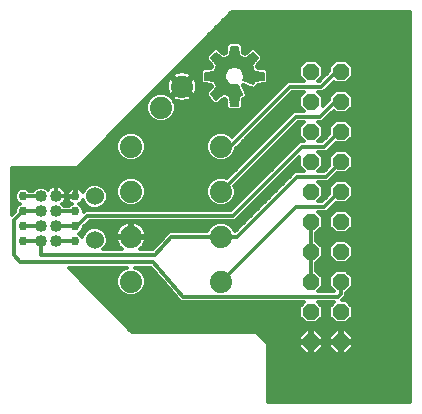
<source format=gtl>
G75*
G70*
%OFA0B0*%
%FSLAX24Y24*%
%IPPOS*%
%LPD*%
%AMOC8*
5,1,8,0,0,1.08239X$1,22.5*
%
%ADD10OC8,0.0540*%
%ADD11C,0.0740*%
%ADD12C,0.0400*%
%ADD13C,0.0059*%
%ADD14C,0.0300*%
%ADD15C,0.0120*%
%ADD16C,0.0600*%
D10*
X010460Y002410D03*
X011460Y002410D03*
X011460Y003410D03*
X010460Y003410D03*
X010460Y004410D03*
X011460Y004410D03*
X011460Y005410D03*
X010460Y005410D03*
X010460Y006410D03*
X011460Y006410D03*
X011460Y007410D03*
X010460Y007410D03*
X010460Y008410D03*
X011460Y008410D03*
X011460Y009410D03*
X010460Y009410D03*
X010460Y010410D03*
X011460Y010410D03*
X011460Y011410D03*
X010460Y011410D03*
D11*
X006167Y010917D03*
X005460Y010210D03*
X004460Y008910D03*
X007460Y008910D03*
X007460Y007410D03*
X004460Y007410D03*
X004460Y005910D03*
X007460Y005910D03*
X007460Y004410D03*
X004460Y004410D03*
D12*
X001960Y005760D03*
X001460Y005760D03*
X001460Y006260D03*
X001960Y006260D03*
X001960Y006760D03*
X001460Y006760D03*
X001460Y007260D03*
X001960Y007260D03*
D13*
X007790Y010283D02*
X008030Y010283D01*
X008062Y010601D01*
X008169Y010635D01*
X008028Y010976D01*
X007970Y010958D01*
X007910Y010952D01*
X007850Y010958D01*
X007792Y010976D01*
X007739Y011004D01*
X007692Y011042D01*
X007653Y011092D01*
X007624Y011148D01*
X007607Y011208D01*
X007603Y011271D01*
X007611Y011334D01*
X007633Y011393D01*
X007666Y011447D01*
X007709Y011493D01*
X007761Y011529D01*
X007819Y011554D01*
X007881Y011566D01*
X007944Y011566D01*
X008006Y011552D01*
X008064Y011526D01*
X008115Y011489D01*
X008157Y011443D01*
X008190Y011388D01*
X008210Y011328D01*
X008218Y011266D01*
X008212Y011203D01*
X008887Y011203D01*
X008887Y011146D02*
X008195Y011146D01*
X008194Y011142D02*
X008535Y011001D01*
X008569Y011108D01*
X008887Y011140D01*
X008887Y011380D01*
X008569Y011412D01*
X008535Y011519D01*
X008484Y011619D01*
X008686Y011866D01*
X008516Y012036D01*
X008269Y011834D01*
X008169Y011885D01*
X008062Y011919D01*
X008030Y012237D01*
X007790Y012237D01*
X007758Y011919D01*
X007651Y011885D01*
X007551Y011834D01*
X007304Y012036D01*
X007134Y011866D01*
X007336Y011619D01*
X007285Y011519D01*
X007251Y011412D01*
X006933Y011380D01*
X006933Y011140D01*
X007251Y011108D01*
X007285Y011001D01*
X007336Y010901D01*
X007134Y010654D01*
X007304Y010484D01*
X007551Y010686D01*
X007651Y010635D01*
X007758Y010601D01*
X007790Y010283D01*
X007784Y010340D02*
X008036Y010340D01*
X008042Y010397D02*
X007778Y010397D01*
X007773Y010455D02*
X008047Y010455D01*
X008053Y010512D02*
X007767Y010512D01*
X007761Y010570D02*
X008059Y010570D01*
X008146Y010628D02*
X007674Y010628D01*
X007554Y010685D02*
X008148Y010685D01*
X008124Y010743D02*
X007207Y010743D01*
X007254Y010800D02*
X008100Y010800D01*
X008077Y010858D02*
X007301Y010858D01*
X007329Y010915D02*
X008053Y010915D01*
X008029Y010973D02*
X008018Y010973D01*
X007802Y010973D02*
X007299Y010973D01*
X007275Y011030D02*
X007707Y011030D01*
X007656Y011088D02*
X007257Y011088D01*
X006933Y011146D02*
X007625Y011146D01*
X007608Y011203D02*
X006933Y011203D01*
X006933Y011261D02*
X007603Y011261D01*
X007609Y011318D02*
X006933Y011318D01*
X006933Y011376D02*
X007626Y011376D01*
X007657Y011433D02*
X007257Y011433D01*
X007276Y011491D02*
X007707Y011491D01*
X007806Y011548D02*
X007300Y011548D01*
X007330Y011606D02*
X008490Y011606D01*
X008520Y011548D02*
X008015Y011548D01*
X008113Y011491D02*
X008544Y011491D01*
X008563Y011433D02*
X008163Y011433D01*
X008194Y011376D02*
X008887Y011376D01*
X008887Y011318D02*
X008211Y011318D01*
X008217Y011261D02*
X008887Y011261D01*
X008563Y011088D02*
X008325Y011088D01*
X008194Y011142D02*
X008212Y011203D01*
X008464Y011030D02*
X008545Y011030D01*
X007550Y010685D02*
X007160Y010685D01*
X007161Y010628D02*
X007480Y010628D01*
X007409Y010570D02*
X007218Y010570D01*
X007276Y010512D02*
X007338Y010512D01*
X007300Y011664D02*
X008520Y011664D01*
X008567Y011721D02*
X007253Y011721D01*
X007206Y011779D02*
X008614Y011779D01*
X008661Y011836D02*
X008271Y011836D01*
X008264Y011836D02*
X007556Y011836D01*
X007549Y011836D02*
X007159Y011836D01*
X007162Y011894D02*
X007478Y011894D01*
X007407Y011951D02*
X007220Y011951D01*
X007277Y012009D02*
X007337Y012009D01*
X007678Y011894D02*
X008142Y011894D01*
X008059Y011951D02*
X007761Y011951D01*
X007767Y012009D02*
X008053Y012009D01*
X008047Y012066D02*
X007773Y012066D01*
X007779Y012124D02*
X008041Y012124D01*
X008036Y012182D02*
X007784Y012182D01*
X008483Y012009D02*
X008543Y012009D01*
X008600Y011951D02*
X008413Y011951D01*
X008342Y011894D02*
X008658Y011894D01*
D14*
X002610Y007260D03*
X002610Y006760D03*
X002610Y006260D03*
X002610Y005760D03*
X000860Y005760D03*
X000860Y006260D03*
X000860Y006760D03*
X000860Y007260D03*
D15*
X002440Y004833D02*
X004486Y002740D01*
X008635Y002740D01*
X008740Y002635D01*
X008740Y002635D01*
X009040Y002335D01*
X009040Y000390D01*
X013772Y000390D01*
X013772Y013416D01*
X007821Y013416D01*
X002790Y008322D01*
X002790Y008321D01*
X002738Y008269D01*
X002686Y008216D01*
X002685Y008216D01*
X002685Y008216D01*
X002611Y008216D01*
X002537Y008215D01*
X002536Y008216D01*
X000490Y008216D01*
X000490Y006645D01*
X000590Y006745D01*
X000590Y006814D01*
X000631Y006913D01*
X000707Y006989D01*
X000758Y007010D01*
X000707Y007031D01*
X000631Y007107D01*
X000590Y007206D01*
X000590Y007314D01*
X000631Y007413D01*
X000707Y007489D01*
X000806Y007530D01*
X000914Y007530D01*
X001013Y007489D01*
X001062Y007440D01*
X001188Y007440D01*
X001189Y007441D01*
X001279Y007531D01*
X001396Y007580D01*
X001524Y007580D01*
X001641Y007531D01*
X001696Y007477D01*
X001696Y007477D01*
X001743Y007524D01*
X001799Y007561D01*
X001861Y007587D01*
X001927Y007600D01*
X001955Y007600D01*
X001955Y007265D01*
X001965Y007265D01*
X001965Y007600D01*
X001993Y007600D01*
X002059Y007587D01*
X002121Y007561D01*
X002177Y007524D01*
X002224Y007477D01*
X002261Y007421D01*
X002287Y007359D01*
X002300Y007293D01*
X002300Y007265D01*
X001965Y007265D01*
X001965Y007255D01*
X002300Y007255D01*
X002300Y007227D01*
X002287Y007161D01*
X002261Y007099D01*
X002224Y007043D01*
X002177Y006996D01*
X002177Y006996D01*
X002231Y006941D01*
X002232Y006940D01*
X002408Y006940D01*
X002457Y006989D01*
X002482Y006999D01*
X002473Y007003D01*
X002425Y007035D01*
X002385Y007075D01*
X002353Y007123D01*
X002331Y007175D01*
X002320Y007231D01*
X002320Y007245D01*
X002595Y007245D01*
X002595Y007275D01*
X002595Y007550D01*
X002581Y007550D01*
X002525Y007539D01*
X002473Y007517D01*
X002425Y007485D01*
X002385Y007445D01*
X002353Y007397D01*
X002331Y007345D01*
X002320Y007289D01*
X002320Y007275D01*
X002595Y007275D01*
X002625Y007275D01*
X002625Y007550D01*
X002639Y007550D01*
X002695Y007539D01*
X002747Y007517D01*
X002795Y007485D01*
X002835Y007445D01*
X002864Y007402D01*
X002904Y007498D01*
X003022Y007616D01*
X003176Y007680D01*
X003344Y007680D01*
X003498Y007616D01*
X003616Y007498D01*
X003680Y007344D01*
X003680Y007176D01*
X003616Y007022D01*
X003498Y006904D01*
X003344Y006840D01*
X003176Y006840D01*
X003022Y006904D01*
X002904Y007022D01*
X002864Y007118D01*
X002835Y007075D01*
X002795Y007035D01*
X002747Y007003D01*
X002738Y006999D01*
X002763Y006989D01*
X002839Y006913D01*
X002880Y006814D01*
X002880Y006735D01*
X002935Y006790D01*
X007785Y006790D01*
X010085Y009090D01*
X010228Y009090D01*
X010070Y009248D01*
X010070Y009572D01*
X010228Y009730D01*
X010035Y009730D01*
X007910Y007605D01*
X007950Y007507D01*
X007950Y007313D01*
X007875Y007132D01*
X007738Y006995D01*
X007557Y006920D01*
X007363Y006920D01*
X007182Y006995D01*
X007045Y007132D01*
X006970Y007313D01*
X006970Y007507D01*
X007045Y007688D01*
X007182Y007825D01*
X007363Y007900D01*
X007557Y007900D01*
X007655Y007860D01*
X009780Y009985D01*
X009885Y010090D01*
X010228Y010090D01*
X010070Y010248D01*
X010070Y010572D01*
X010228Y010730D01*
X009835Y010730D01*
X007950Y008845D01*
X007950Y008813D01*
X007875Y008632D01*
X007738Y008495D01*
X007557Y008420D01*
X007363Y008420D01*
X007182Y008495D01*
X007045Y008632D01*
X006970Y008813D01*
X006970Y009007D01*
X007045Y009188D01*
X007182Y009325D01*
X007363Y009400D01*
X007557Y009400D01*
X007738Y009325D01*
X007829Y009234D01*
X009685Y011090D01*
X010228Y011090D01*
X010070Y011248D01*
X010070Y011572D01*
X010298Y011800D01*
X010622Y011800D01*
X010850Y011572D01*
X010850Y011248D01*
X010692Y011090D01*
X010735Y011090D01*
X011070Y011425D01*
X011070Y011572D01*
X011298Y011800D01*
X011622Y011800D01*
X011850Y011572D01*
X011850Y011248D01*
X011622Y011020D01*
X011298Y011020D01*
X011237Y011082D01*
X010990Y010835D01*
X010885Y010730D01*
X010692Y010730D01*
X010850Y010572D01*
X010850Y010255D01*
X011070Y010475D01*
X011070Y010572D01*
X011298Y010800D01*
X011622Y010800D01*
X011850Y010572D01*
X011850Y010248D01*
X011622Y010020D01*
X011298Y010020D01*
X011212Y010107D01*
X010940Y009835D01*
X010835Y009730D01*
X010692Y009730D01*
X010850Y009572D01*
X010850Y009248D01*
X010692Y009090D01*
X010835Y009090D01*
X011070Y009325D01*
X011070Y009572D01*
X011298Y009800D01*
X011622Y009800D01*
X011850Y009572D01*
X011850Y009248D01*
X011622Y009020D01*
X011298Y009020D01*
X011287Y009032D01*
X011090Y008835D01*
X011090Y008835D01*
X010985Y008730D01*
X010692Y008730D01*
X010850Y008572D01*
X010850Y008248D01*
X010692Y008090D01*
X010885Y008090D01*
X011070Y008275D01*
X011070Y008572D01*
X011298Y008800D01*
X011622Y008800D01*
X011850Y008572D01*
X011850Y008248D01*
X011622Y008020D01*
X011325Y008020D01*
X011035Y007730D01*
X010692Y007730D01*
X010850Y007572D01*
X010850Y007248D01*
X010692Y007090D01*
X010835Y007090D01*
X011070Y007325D01*
X011070Y007572D01*
X011298Y007800D01*
X011622Y007800D01*
X011850Y007572D01*
X011850Y007248D01*
X011622Y007020D01*
X011298Y007020D01*
X011287Y007032D01*
X011090Y006835D01*
X010985Y006730D01*
X010692Y006730D01*
X010850Y006572D01*
X010850Y006248D01*
X010640Y006038D01*
X010640Y005782D01*
X010850Y005572D01*
X010850Y005248D01*
X010640Y005038D01*
X010640Y004782D01*
X010850Y004572D01*
X010850Y004248D01*
X010692Y004090D01*
X011228Y004090D01*
X011070Y004248D01*
X011070Y004572D01*
X011298Y004800D01*
X011622Y004800D01*
X011850Y004572D01*
X011850Y004248D01*
X011640Y004038D01*
X011640Y003935D01*
X011540Y003835D01*
X011505Y003800D01*
X011622Y003800D01*
X011850Y003572D01*
X011850Y003248D01*
X011622Y003020D01*
X011298Y003020D01*
X011070Y003248D01*
X011070Y003572D01*
X011228Y003730D01*
X010692Y003730D01*
X010850Y003572D01*
X010850Y003248D01*
X010622Y003020D01*
X010298Y003020D01*
X010070Y003248D01*
X010070Y003572D01*
X010228Y003730D01*
X006277Y003730D01*
X006272Y003725D01*
X006204Y003730D01*
X006135Y003730D01*
X006130Y003735D01*
X006123Y003736D01*
X006078Y003787D01*
X006030Y003835D01*
X006030Y003843D01*
X005128Y004880D01*
X004606Y004880D01*
X004738Y004825D01*
X004875Y004688D01*
X004950Y004507D01*
X004950Y004313D01*
X004875Y004132D01*
X004738Y003995D01*
X004557Y003920D01*
X004363Y003920D01*
X004182Y003995D01*
X004045Y004132D01*
X003970Y004313D01*
X003970Y004507D01*
X004045Y004688D01*
X004182Y004825D01*
X004314Y004880D01*
X002395Y004880D01*
X002440Y004835D01*
X002440Y004833D01*
X002442Y004832D02*
X004197Y004832D01*
X004070Y004713D02*
X002558Y004713D01*
X002673Y004595D02*
X004006Y004595D01*
X003970Y004476D02*
X002789Y004476D01*
X002905Y004358D02*
X003970Y004358D01*
X004000Y004239D02*
X003021Y004239D01*
X003137Y004121D02*
X004057Y004121D01*
X004175Y004002D02*
X003252Y004002D01*
X003368Y003884D02*
X005995Y003884D01*
X005891Y004002D02*
X004745Y004002D01*
X004863Y004121D02*
X005788Y004121D01*
X005685Y004239D02*
X004920Y004239D01*
X004950Y004358D02*
X005582Y004358D01*
X005479Y004476D02*
X004950Y004476D01*
X004914Y004595D02*
X005376Y004595D01*
X005273Y004713D02*
X004850Y004713D01*
X004723Y004832D02*
X005170Y004832D01*
X005210Y005060D02*
X000760Y005060D01*
X000560Y005310D01*
X000560Y006460D01*
X000860Y006760D01*
X001010Y006760D02*
X001460Y006760D01*
X001960Y006760D02*
X002610Y006760D01*
X002867Y006846D02*
X003162Y006846D01*
X003358Y006846D02*
X007841Y006846D01*
X007960Y006965D02*
X007665Y006965D01*
X007826Y007083D02*
X008078Y007083D01*
X008197Y007202D02*
X007904Y007202D01*
X007950Y007320D02*
X008315Y007320D01*
X008434Y007439D02*
X007950Y007439D01*
X007929Y007557D02*
X008552Y007557D01*
X008671Y007676D02*
X007980Y007676D01*
X008099Y007794D02*
X008789Y007794D01*
X008908Y007913D02*
X008217Y007913D01*
X008336Y008031D02*
X009026Y008031D01*
X009145Y008150D02*
X008454Y008150D01*
X008573Y008268D02*
X009263Y008268D01*
X009382Y008387D02*
X008691Y008387D01*
X008810Y008505D02*
X009500Y008505D01*
X009619Y008624D02*
X008928Y008624D01*
X009047Y008742D02*
X009737Y008742D01*
X009856Y008861D02*
X009165Y008861D01*
X009284Y008979D02*
X009974Y008979D01*
X010160Y008910D02*
X007860Y006610D01*
X003010Y006610D01*
X002660Y006260D01*
X001960Y006260D01*
X001460Y006260D02*
X000860Y006260D01*
X000573Y006728D02*
X000490Y006728D01*
X000490Y006846D02*
X000603Y006846D01*
X000683Y006965D02*
X000490Y006965D01*
X000490Y007083D02*
X000655Y007083D01*
X000592Y007202D02*
X000490Y007202D01*
X000490Y007320D02*
X000593Y007320D01*
X000657Y007439D02*
X000490Y007439D01*
X000490Y007557D02*
X001341Y007557D01*
X001579Y007557D02*
X001793Y007557D01*
X001955Y007557D02*
X001965Y007557D01*
X001955Y007439D02*
X001965Y007439D01*
X001955Y007320D02*
X001965Y007320D01*
X001960Y007260D02*
X002410Y007260D01*
X002326Y007202D02*
X002295Y007202D01*
X002295Y007320D02*
X002326Y007320D01*
X002381Y007439D02*
X002250Y007439D01*
X002127Y007557D02*
X002963Y007557D01*
X002879Y007439D02*
X002839Y007439D01*
X002625Y007439D02*
X002595Y007439D01*
X002595Y007320D02*
X002625Y007320D01*
X002841Y007083D02*
X002879Y007083D01*
X002962Y006965D02*
X002787Y006965D01*
X002433Y006965D02*
X002208Y006965D01*
X002251Y007083D02*
X002379Y007083D01*
X001460Y007260D02*
X000860Y007260D01*
X000490Y007676D02*
X003166Y007676D01*
X003354Y007676D02*
X004040Y007676D01*
X004045Y007688D02*
X003970Y007507D01*
X003970Y007313D01*
X004045Y007132D01*
X004182Y006995D01*
X004363Y006920D01*
X004557Y006920D01*
X004738Y006995D01*
X004875Y007132D01*
X004950Y007313D01*
X004950Y007507D01*
X004875Y007688D01*
X004738Y007825D01*
X004557Y007900D01*
X004363Y007900D01*
X004182Y007825D01*
X004045Y007688D01*
X003991Y007557D02*
X003557Y007557D01*
X003641Y007439D02*
X003970Y007439D01*
X003970Y007320D02*
X003680Y007320D01*
X003680Y007202D02*
X004016Y007202D01*
X004094Y007083D02*
X003641Y007083D01*
X003558Y006965D02*
X004255Y006965D01*
X004665Y006965D02*
X007255Y006965D01*
X007094Y007083D02*
X004826Y007083D01*
X004904Y007202D02*
X007016Y007202D01*
X006970Y007320D02*
X004950Y007320D01*
X004950Y007439D02*
X006970Y007439D01*
X006991Y007557D02*
X004929Y007557D01*
X004880Y007676D02*
X007040Y007676D01*
X007151Y007794D02*
X004769Y007794D01*
X004151Y007794D02*
X000490Y007794D01*
X000490Y007913D02*
X007708Y007913D01*
X007826Y008031D02*
X000490Y008031D01*
X000490Y008150D02*
X007945Y008150D01*
X008063Y008268D02*
X002737Y008268D01*
X002854Y008387D02*
X008182Y008387D01*
X008300Y008505D02*
X007748Y008505D01*
X007866Y008624D02*
X008419Y008624D01*
X008537Y008742D02*
X007921Y008742D01*
X007965Y008861D02*
X008656Y008861D01*
X008774Y008979D02*
X008084Y008979D01*
X008202Y009098D02*
X008893Y009098D01*
X009011Y009216D02*
X008321Y009216D01*
X008439Y009335D02*
X009130Y009335D01*
X009248Y009453D02*
X008558Y009453D01*
X008676Y009572D02*
X009367Y009572D01*
X009485Y009690D02*
X008795Y009690D01*
X008913Y009809D02*
X009604Y009809D01*
X009722Y009927D02*
X009032Y009927D01*
X009150Y010046D02*
X009841Y010046D01*
X009960Y009910D02*
X010760Y009910D01*
X011260Y010410D01*
X011460Y010410D01*
X011850Y010401D02*
X013772Y010401D01*
X013772Y010283D02*
X011850Y010283D01*
X011766Y010164D02*
X013772Y010164D01*
X013772Y010046D02*
X011647Y010046D01*
X011273Y010046D02*
X011150Y010046D01*
X011032Y009927D02*
X013772Y009927D01*
X013772Y009809D02*
X010913Y009809D01*
X010732Y009690D02*
X011188Y009690D01*
X011070Y009572D02*
X010850Y009572D01*
X010850Y009453D02*
X011070Y009453D01*
X011070Y009335D02*
X010850Y009335D01*
X010818Y009216D02*
X010961Y009216D01*
X010843Y009098D02*
X010699Y009098D01*
X010910Y008910D02*
X010160Y008910D01*
X010221Y009098D02*
X009402Y009098D01*
X009521Y009216D02*
X010102Y009216D01*
X010070Y009335D02*
X009639Y009335D01*
X009758Y009453D02*
X010070Y009453D01*
X010070Y009572D02*
X009876Y009572D01*
X009995Y009690D02*
X010188Y009690D01*
X009960Y009910D02*
X007460Y007410D01*
X008588Y007083D02*
X008928Y007083D01*
X008810Y006965D02*
X008469Y006965D01*
X008351Y006846D02*
X008691Y006846D01*
X008573Y006728D02*
X008232Y006728D01*
X008114Y006609D02*
X008454Y006609D01*
X008336Y006491D02*
X007995Y006491D01*
X008040Y006535D02*
X010070Y008565D01*
X010070Y008248D01*
X010228Y008090D01*
X009935Y008090D01*
X009830Y007985D01*
X007935Y006090D01*
X007916Y006090D01*
X007875Y006188D01*
X007738Y006325D01*
X007557Y006400D01*
X007363Y006400D01*
X007182Y006325D01*
X007045Y006188D01*
X007004Y006090D01*
X005880Y006090D01*
X005877Y006093D01*
X005806Y006090D01*
X005735Y006090D01*
X005732Y006087D01*
X005728Y006087D01*
X005680Y006035D01*
X005630Y005985D01*
X005630Y005980D01*
X005181Y005490D01*
X004750Y005490D01*
X004792Y005521D01*
X004849Y005578D01*
X004896Y005643D01*
X004933Y005714D01*
X004957Y005791D01*
X004970Y005870D01*
X004970Y005881D01*
X004489Y005881D01*
X004489Y005939D01*
X004970Y005939D01*
X004970Y005950D01*
X004957Y006029D01*
X004933Y006106D01*
X004896Y006177D01*
X004849Y006242D01*
X004792Y006299D01*
X004727Y006346D01*
X004656Y006383D01*
X004579Y006407D01*
X004500Y006420D01*
X004489Y006420D01*
X004489Y005939D01*
X004431Y005939D01*
X004431Y006420D01*
X004420Y006420D01*
X004341Y006407D01*
X004264Y006383D01*
X004193Y006346D01*
X004128Y006299D01*
X004071Y006242D01*
X004024Y006177D01*
X003987Y006106D01*
X003963Y006029D01*
X003950Y005950D01*
X003950Y005939D01*
X004431Y005939D01*
X004431Y005881D01*
X003950Y005881D01*
X003950Y005870D01*
X003963Y005791D01*
X003987Y005714D01*
X004024Y005643D01*
X004071Y005578D01*
X004128Y005521D01*
X004170Y005490D01*
X003534Y005490D01*
X003616Y005572D01*
X003680Y005726D01*
X003680Y005894D01*
X003616Y006048D01*
X003498Y006166D01*
X003344Y006230D01*
X003176Y006230D01*
X003022Y006166D01*
X002904Y006048D01*
X002843Y005902D01*
X002839Y005913D01*
X002763Y005989D01*
X002712Y006010D01*
X002763Y006031D01*
X002839Y006107D01*
X002880Y006206D01*
X002880Y006225D01*
X003085Y006430D01*
X007935Y006430D01*
X008040Y006535D01*
X008217Y006372D02*
X007625Y006372D01*
X007809Y006254D02*
X008099Y006254D01*
X007980Y006135D02*
X007897Y006135D01*
X008010Y005910D02*
X007460Y005910D01*
X005810Y005910D01*
X005260Y005310D01*
X001460Y005310D01*
X001460Y005760D01*
X000860Y005760D01*
X001960Y005760D02*
X002610Y005760D01*
X002728Y006017D02*
X002891Y006017D01*
X002850Y006135D02*
X002991Y006135D01*
X002908Y006254D02*
X004082Y006254D01*
X004002Y006135D02*
X003529Y006135D01*
X003629Y006017D02*
X003961Y006017D01*
X003678Y005898D02*
X004431Y005898D01*
X004489Y005898D02*
X005555Y005898D01*
X005662Y006017D02*
X004959Y006017D01*
X004918Y006135D02*
X007023Y006135D01*
X007111Y006254D02*
X004838Y006254D01*
X004677Y006372D02*
X007295Y006372D01*
X008010Y005910D02*
X010010Y007910D01*
X010960Y007910D01*
X011460Y008410D01*
X011751Y008150D02*
X013772Y008150D01*
X013772Y008268D02*
X011850Y008268D01*
X011850Y008387D02*
X013772Y008387D01*
X013772Y008505D02*
X011850Y008505D01*
X011798Y008624D02*
X013772Y008624D01*
X013772Y008742D02*
X011680Y008742D01*
X011240Y008742D02*
X010997Y008742D01*
X011115Y008861D02*
X013772Y008861D01*
X013772Y008979D02*
X011234Y008979D01*
X010910Y008910D02*
X011410Y009410D01*
X011850Y009453D02*
X013772Y009453D01*
X013772Y009335D02*
X011850Y009335D01*
X011818Y009216D02*
X013772Y009216D01*
X013772Y009098D02*
X011699Y009098D01*
X011122Y008624D02*
X010798Y008624D01*
X010850Y008505D02*
X011070Y008505D01*
X011070Y008387D02*
X010850Y008387D01*
X010850Y008268D02*
X011063Y008268D01*
X010945Y008150D02*
X010751Y008150D01*
X010169Y008150D02*
X009654Y008150D01*
X009773Y008268D02*
X010070Y008268D01*
X010070Y008387D02*
X009891Y008387D01*
X010010Y008505D02*
X010070Y008505D01*
X009876Y008031D02*
X009536Y008031D01*
X009417Y007913D02*
X009758Y007913D01*
X009639Y007794D02*
X009299Y007794D01*
X009180Y007676D02*
X009521Y007676D01*
X009402Y007557D02*
X009062Y007557D01*
X008943Y007439D02*
X009284Y007439D01*
X009165Y007320D02*
X008825Y007320D01*
X008706Y007202D02*
X009047Y007202D01*
X009960Y006910D02*
X007460Y004410D01*
X006210Y003910D02*
X005210Y005060D01*
X005229Y005543D02*
X004814Y005543D01*
X004906Y005661D02*
X005338Y005661D01*
X005446Y005780D02*
X004954Y005780D01*
X004106Y005543D02*
X003586Y005543D01*
X003653Y005661D02*
X004014Y005661D01*
X003966Y005780D02*
X003680Y005780D01*
X004431Y006017D02*
X004489Y006017D01*
X004489Y006135D02*
X004431Y006135D01*
X004431Y006254D02*
X004489Y006254D01*
X004489Y006372D02*
X004431Y006372D01*
X004243Y006372D02*
X003027Y006372D01*
X002971Y008505D02*
X004172Y008505D01*
X004182Y008495D02*
X004363Y008420D01*
X004557Y008420D01*
X004738Y008495D01*
X004875Y008632D01*
X004950Y008813D01*
X004950Y009007D01*
X004875Y009188D01*
X004738Y009325D01*
X004557Y009400D01*
X004363Y009400D01*
X004182Y009325D01*
X004045Y009188D01*
X003970Y009007D01*
X003970Y008813D01*
X004045Y008632D01*
X004182Y008495D01*
X004054Y008624D02*
X003088Y008624D01*
X003205Y008742D02*
X003999Y008742D01*
X003970Y008861D02*
X003322Y008861D01*
X003439Y008979D02*
X003970Y008979D01*
X004007Y009098D02*
X003556Y009098D01*
X003673Y009216D02*
X004073Y009216D01*
X004204Y009335D02*
X003790Y009335D01*
X003907Y009453D02*
X008048Y009453D01*
X007930Y009335D02*
X007716Y009335D01*
X008167Y009572D02*
X004024Y009572D01*
X004141Y009690D02*
X008285Y009690D01*
X008404Y009809D02*
X005751Y009809D01*
X005738Y009795D02*
X005875Y009932D01*
X005950Y010113D01*
X005950Y010307D01*
X005875Y010488D01*
X005738Y010625D01*
X005557Y010700D01*
X005363Y010700D01*
X005182Y010625D01*
X005045Y010488D01*
X004970Y010307D01*
X004970Y010113D01*
X005045Y009932D01*
X005182Y009795D01*
X005363Y009720D01*
X005557Y009720D01*
X005738Y009795D01*
X005870Y009927D02*
X008522Y009927D01*
X008641Y010046D02*
X005922Y010046D01*
X005950Y010164D02*
X007698Y010164D01*
X007690Y010172D02*
X007728Y010134D01*
X007737Y010134D01*
X007744Y010128D01*
X007798Y010134D01*
X008022Y010134D01*
X008076Y010128D01*
X008083Y010134D01*
X008092Y010134D01*
X008130Y010172D01*
X008172Y010206D01*
X008173Y010215D01*
X008179Y010221D01*
X008179Y010275D01*
X008201Y010486D01*
X008220Y010494D01*
X008273Y010511D01*
X008277Y010518D01*
X008283Y010520D01*
X008305Y010572D01*
X008330Y010621D01*
X008328Y010628D01*
X008331Y010635D01*
X008309Y010686D01*
X008293Y010739D01*
X008286Y010743D01*
X008186Y010984D01*
X008427Y010884D01*
X008431Y010877D01*
X008484Y010861D01*
X008535Y010839D01*
X008542Y010842D01*
X008549Y010840D01*
X008598Y010865D01*
X008650Y010887D01*
X008652Y010893D01*
X008659Y010897D01*
X008676Y010950D01*
X008684Y010969D01*
X008895Y010991D01*
X008949Y010991D01*
X008955Y010997D01*
X008964Y010998D01*
X008998Y011040D01*
X009036Y011078D01*
X009036Y011087D01*
X009042Y011094D01*
X009036Y011148D01*
X009036Y011372D01*
X009042Y011426D01*
X009036Y011433D01*
X009036Y011442D01*
X008998Y011480D01*
X008964Y011522D01*
X008955Y011523D01*
X008949Y011529D01*
X008895Y011529D01*
X008687Y011551D01*
X008674Y011576D01*
X008665Y011604D01*
X008797Y011766D01*
X008835Y011804D01*
X008835Y011813D01*
X008841Y011819D01*
X008835Y011874D01*
X008835Y011928D01*
X008829Y011934D01*
X008828Y011943D01*
X008786Y011977D01*
X008627Y012136D01*
X008593Y012178D01*
X008584Y012179D01*
X008578Y012185D01*
X008524Y012185D01*
X008469Y012191D01*
X008463Y012185D01*
X008454Y012185D01*
X008416Y012147D01*
X008254Y012015D01*
X008226Y012024D01*
X008201Y012037D01*
X008179Y012245D01*
X008179Y012299D01*
X008173Y012305D01*
X008172Y012314D01*
X008130Y012348D01*
X008092Y012386D01*
X008083Y012386D01*
X008076Y012392D01*
X008022Y012386D01*
X007798Y012386D01*
X007744Y012392D01*
X007737Y012386D01*
X007728Y012386D01*
X007690Y012348D01*
X007648Y012314D01*
X007647Y012305D01*
X007641Y012299D01*
X007641Y012245D01*
X007619Y012037D01*
X007594Y012024D01*
X007566Y012015D01*
X007404Y012147D01*
X007366Y012185D01*
X007357Y012185D01*
X007351Y012191D01*
X007296Y012185D01*
X007242Y012185D01*
X007236Y012179D01*
X007227Y012178D01*
X007193Y012136D01*
X007034Y011977D01*
X006992Y011943D01*
X006991Y011934D01*
X006985Y011928D01*
X006985Y011874D01*
X006979Y011819D01*
X006985Y011813D01*
X006985Y011804D01*
X007023Y011766D01*
X007155Y011604D01*
X007146Y011576D01*
X007133Y011551D01*
X006925Y011529D01*
X006871Y011529D01*
X006865Y011523D01*
X006856Y011522D01*
X006822Y011480D01*
X006784Y011442D01*
X006784Y011433D01*
X006778Y011426D01*
X006784Y011372D01*
X006784Y011148D01*
X006778Y011094D01*
X006784Y011087D01*
X006784Y011078D01*
X006822Y011040D01*
X006856Y010998D01*
X006865Y010997D01*
X006871Y010991D01*
X006925Y010991D01*
X007133Y010969D01*
X007146Y010944D01*
X007155Y010916D01*
X007023Y010754D01*
X006985Y010716D01*
X006985Y010707D01*
X006979Y010701D01*
X006985Y010646D01*
X006985Y010592D01*
X006991Y010586D01*
X006992Y010577D01*
X007034Y010543D01*
X007193Y010384D01*
X007227Y010342D01*
X007236Y010341D01*
X007242Y010335D01*
X007296Y010335D01*
X007351Y010329D01*
X007357Y010335D01*
X007366Y010335D01*
X007404Y010373D01*
X007566Y010505D01*
X007594Y010496D01*
X007619Y010483D01*
X007641Y010275D01*
X007641Y010221D01*
X007647Y010215D01*
X007648Y010206D01*
X007690Y010172D01*
X007640Y010283D02*
X005950Y010283D01*
X005911Y010401D02*
X007176Y010401D01*
X007057Y010520D02*
X006488Y010520D01*
X006499Y010528D02*
X006434Y010481D01*
X006363Y010444D01*
X006287Y010420D01*
X006207Y010407D01*
X006127Y010407D01*
X006048Y010420D01*
X005971Y010444D01*
X005900Y010481D01*
X005835Y010528D01*
X005835Y010528D01*
X006167Y010861D01*
X006111Y010917D01*
X005778Y010585D01*
X005778Y010585D01*
X005731Y010650D01*
X005694Y010721D01*
X005670Y010798D01*
X005657Y010877D01*
X005657Y010957D01*
X005670Y011037D01*
X005694Y011113D01*
X005731Y011184D01*
X005778Y011249D01*
X005778Y011249D01*
X006111Y010917D01*
X006167Y010974D01*
X005835Y011306D01*
X005835Y011306D01*
X005900Y011353D01*
X005971Y011390D01*
X006048Y011415D01*
X006127Y011427D01*
X006207Y011427D01*
X006287Y011415D01*
X006363Y011390D01*
X006434Y011353D01*
X006499Y011306D01*
X006499Y011306D01*
X006167Y010974D01*
X006224Y010917D01*
X006556Y010585D01*
X006603Y010650D01*
X006640Y010721D01*
X006665Y010798D01*
X006677Y010877D01*
X006677Y010957D01*
X006665Y011037D01*
X006640Y011113D01*
X006603Y011184D01*
X006556Y011249D01*
X006556Y011249D01*
X006224Y010917D01*
X006167Y010861D01*
X006499Y010528D01*
X006499Y010528D01*
X006556Y010585D02*
X006556Y010585D01*
X006595Y010638D02*
X006985Y010638D01*
X007025Y010757D02*
X006651Y010757D01*
X006677Y010875D02*
X007122Y010875D01*
X006868Y010994D02*
X006671Y010994D01*
X006640Y011112D02*
X006780Y011112D01*
X006784Y011231D02*
X006570Y011231D01*
X006537Y011231D02*
X006424Y011231D01*
X006419Y011112D02*
X006305Y011112D01*
X006300Y010994D02*
X006187Y010994D01*
X006147Y010994D02*
X006034Y010994D01*
X006029Y011112D02*
X005916Y011112D01*
X005910Y011231D02*
X005797Y011231D01*
X005764Y011231D02*
X005663Y011231D01*
X005694Y011112D02*
X005546Y011112D01*
X005429Y010994D02*
X005663Y010994D01*
X005657Y010875D02*
X005312Y010875D01*
X005195Y010757D02*
X005683Y010757D01*
X005707Y010638D02*
X005739Y010638D01*
X005831Y010638D02*
X005945Y010638D01*
X005950Y010757D02*
X006063Y010757D01*
X006068Y010875D02*
X006153Y010875D01*
X006182Y010875D02*
X006266Y010875D01*
X006271Y010757D02*
X006384Y010757D01*
X006390Y010638D02*
X006503Y010638D01*
X005847Y010520D02*
X005843Y010520D01*
X005213Y010638D02*
X005078Y010638D01*
X005077Y010520D02*
X004960Y010520D01*
X005009Y010401D02*
X004843Y010401D01*
X004726Y010283D02*
X004970Y010283D01*
X004970Y010164D02*
X004609Y010164D01*
X004492Y010046D02*
X004998Y010046D01*
X005050Y009927D02*
X004375Y009927D01*
X004258Y009809D02*
X005169Y009809D01*
X004716Y009335D02*
X007204Y009335D01*
X007073Y009216D02*
X004847Y009216D01*
X004913Y009098D02*
X007007Y009098D01*
X006970Y008979D02*
X004950Y008979D01*
X004950Y008861D02*
X006970Y008861D01*
X006999Y008742D02*
X004921Y008742D01*
X004866Y008624D02*
X007054Y008624D01*
X007172Y008505D02*
X004748Y008505D01*
X007460Y008910D02*
X007760Y008910D01*
X009760Y010910D01*
X010810Y010910D01*
X011310Y011410D01*
X011460Y011410D01*
X011850Y011468D02*
X013772Y011468D01*
X013772Y011586D02*
X011836Y011586D01*
X011717Y011705D02*
X013772Y011705D01*
X013772Y011823D02*
X008840Y011823D01*
X008828Y011942D02*
X013772Y011942D01*
X013772Y012060D02*
X008703Y012060D01*
X008589Y012179D02*
X013772Y012179D01*
X013772Y012297D02*
X008179Y012297D01*
X008186Y012179D02*
X008447Y012179D01*
X008309Y012060D02*
X008198Y012060D01*
X007622Y012060D02*
X007511Y012060D01*
X007634Y012179D02*
X007373Y012179D01*
X007231Y012179D02*
X006599Y012179D01*
X006716Y012297D02*
X007641Y012297D01*
X006950Y012534D02*
X013772Y012534D01*
X013772Y012416D02*
X006833Y012416D01*
X007067Y012653D02*
X013772Y012653D01*
X013772Y012771D02*
X007184Y012771D01*
X007301Y012890D02*
X013772Y012890D01*
X013772Y013008D02*
X007418Y013008D01*
X007535Y013127D02*
X013772Y013127D01*
X013772Y013245D02*
X007652Y013245D01*
X007769Y013364D02*
X013772Y013364D01*
X011203Y011705D02*
X010717Y011705D01*
X010836Y011586D02*
X011084Y011586D01*
X011070Y011468D02*
X010850Y011468D01*
X010850Y011349D02*
X010994Y011349D01*
X010876Y011231D02*
X010832Y011231D01*
X010757Y011112D02*
X010714Y011112D01*
X011148Y010994D02*
X013772Y010994D01*
X013772Y011112D02*
X011714Y011112D01*
X011832Y011231D02*
X013772Y011231D01*
X013772Y011349D02*
X011850Y011349D01*
X011030Y010875D02*
X013772Y010875D01*
X013772Y010757D02*
X011665Y010757D01*
X011784Y010638D02*
X013772Y010638D01*
X013772Y010520D02*
X011850Y010520D01*
X011255Y010757D02*
X010911Y010757D01*
X010784Y010638D02*
X011136Y010638D01*
X011070Y010520D02*
X010850Y010520D01*
X010850Y010401D02*
X010996Y010401D01*
X010878Y010283D02*
X010850Y010283D01*
X010154Y010164D02*
X009269Y010164D01*
X009387Y010283D02*
X010070Y010283D01*
X010070Y010401D02*
X009506Y010401D01*
X009624Y010520D02*
X010070Y010520D01*
X010136Y010638D02*
X009743Y010638D01*
X009470Y010875D02*
X008622Y010875D01*
X008438Y010875D02*
X008231Y010875D01*
X008280Y010757D02*
X009352Y010757D01*
X009233Y010638D02*
X008329Y010638D01*
X008281Y010520D02*
X009115Y010520D01*
X008996Y010401D02*
X008192Y010401D01*
X008180Y010283D02*
X008878Y010283D01*
X008759Y010164D02*
X008122Y010164D01*
X007628Y010401D02*
X007438Y010401D01*
X008952Y010994D02*
X009589Y010994D01*
X009040Y011112D02*
X010206Y011112D01*
X010088Y011231D02*
X009036Y011231D01*
X009036Y011349D02*
X010070Y011349D01*
X010070Y011468D02*
X009011Y011468D01*
X008747Y011705D02*
X010203Y011705D01*
X010084Y011586D02*
X008671Y011586D01*
X007149Y011586D02*
X006014Y011586D01*
X006131Y011705D02*
X007073Y011705D01*
X006980Y011823D02*
X006248Y011823D01*
X006365Y011942D02*
X006992Y011942D01*
X007117Y012060D02*
X006482Y012060D01*
X006809Y011468D02*
X005897Y011468D01*
X005894Y011349D02*
X005780Y011349D01*
X006440Y011349D02*
X006784Y011349D01*
X011732Y009690D02*
X013772Y009690D01*
X013772Y009572D02*
X011850Y009572D01*
X011633Y008031D02*
X013772Y008031D01*
X013772Y007913D02*
X011217Y007913D01*
X011292Y007794D02*
X011099Y007794D01*
X011174Y007676D02*
X010746Y007676D01*
X010850Y007557D02*
X011070Y007557D01*
X011070Y007439D02*
X010850Y007439D01*
X010850Y007320D02*
X011065Y007320D01*
X010947Y007202D02*
X010803Y007202D01*
X010910Y006910D02*
X009960Y006910D01*
X010694Y006728D02*
X011226Y006728D01*
X011298Y006800D02*
X011070Y006572D01*
X011070Y006248D01*
X011298Y006020D01*
X011622Y006020D01*
X011850Y006248D01*
X011850Y006572D01*
X011622Y006800D01*
X011298Y006800D01*
X011219Y006965D02*
X013772Y006965D01*
X013772Y007083D02*
X011685Y007083D01*
X011803Y007202D02*
X013772Y007202D01*
X013772Y007320D02*
X011850Y007320D01*
X011850Y007439D02*
X013772Y007439D01*
X013772Y007557D02*
X011850Y007557D01*
X011746Y007676D02*
X013772Y007676D01*
X013772Y007794D02*
X011628Y007794D01*
X011460Y007410D02*
X011410Y007410D01*
X010910Y006910D01*
X011101Y006846D02*
X013772Y006846D01*
X013772Y006728D02*
X011694Y006728D01*
X011813Y006609D02*
X013772Y006609D01*
X013772Y006491D02*
X011850Y006491D01*
X011850Y006372D02*
X013772Y006372D01*
X013772Y006254D02*
X011850Y006254D01*
X011737Y006135D02*
X013772Y006135D01*
X013772Y006017D02*
X010640Y006017D01*
X010640Y005898D02*
X013772Y005898D01*
X013772Y005780D02*
X011642Y005780D01*
X011622Y005800D02*
X011298Y005800D01*
X011070Y005572D01*
X011070Y005248D01*
X011298Y005020D01*
X011622Y005020D01*
X011850Y005248D01*
X011850Y005572D01*
X011622Y005800D01*
X011761Y005661D02*
X013772Y005661D01*
X013772Y005543D02*
X011850Y005543D01*
X011850Y005424D02*
X013772Y005424D01*
X013772Y005306D02*
X011850Y005306D01*
X011789Y005187D02*
X013772Y005187D01*
X013772Y005069D02*
X011670Y005069D01*
X011250Y005069D02*
X010670Y005069D01*
X010640Y004950D02*
X013772Y004950D01*
X013772Y004832D02*
X010640Y004832D01*
X010709Y004713D02*
X011211Y004713D01*
X011093Y004595D02*
X010827Y004595D01*
X010850Y004476D02*
X011070Y004476D01*
X011070Y004358D02*
X010850Y004358D01*
X010841Y004239D02*
X011079Y004239D01*
X011198Y004121D02*
X010722Y004121D01*
X010460Y004410D02*
X010460Y005410D01*
X010460Y006410D01*
X010850Y006372D02*
X011070Y006372D01*
X011070Y006254D02*
X010850Y006254D01*
X010737Y006135D02*
X011183Y006135D01*
X011278Y005780D02*
X010642Y005780D01*
X010761Y005661D02*
X011159Y005661D01*
X011070Y005543D02*
X010850Y005543D01*
X010850Y005424D02*
X011070Y005424D01*
X011070Y005306D02*
X010850Y005306D01*
X010789Y005187D02*
X011131Y005187D01*
X011709Y004713D02*
X013772Y004713D01*
X013772Y004595D02*
X011827Y004595D01*
X011850Y004476D02*
X013772Y004476D01*
X013772Y004358D02*
X011850Y004358D01*
X011841Y004239D02*
X013772Y004239D01*
X013772Y004121D02*
X011722Y004121D01*
X011640Y004002D02*
X013772Y004002D01*
X013772Y003884D02*
X011588Y003884D01*
X011657Y003765D02*
X013772Y003765D01*
X013772Y003647D02*
X011775Y003647D01*
X011850Y003528D02*
X013772Y003528D01*
X013772Y003410D02*
X011850Y003410D01*
X011850Y003291D02*
X013772Y003291D01*
X013772Y003173D02*
X011774Y003173D01*
X011656Y003054D02*
X013772Y003054D01*
X013772Y002936D02*
X004295Y002936D01*
X004179Y003054D02*
X010264Y003054D01*
X010146Y003173D02*
X004063Y003173D01*
X003947Y003291D02*
X010070Y003291D01*
X010070Y003410D02*
X003831Y003410D01*
X003716Y003528D02*
X010070Y003528D01*
X010145Y003647D02*
X003600Y003647D01*
X003484Y003765D02*
X006098Y003765D01*
X006210Y003910D02*
X011360Y003910D01*
X011460Y004010D01*
X011460Y004410D01*
X011145Y003647D02*
X010775Y003647D01*
X010850Y003528D02*
X011070Y003528D01*
X011070Y003410D02*
X010850Y003410D01*
X010850Y003291D02*
X011070Y003291D01*
X011146Y003173D02*
X010774Y003173D01*
X010656Y003054D02*
X011264Y003054D01*
X011290Y002820D02*
X011050Y002580D01*
X011050Y002440D01*
X011430Y002440D01*
X011430Y002820D01*
X011290Y002820D01*
X011287Y002817D02*
X010633Y002817D01*
X010630Y002820D02*
X010490Y002820D01*
X010490Y002440D01*
X010430Y002440D01*
X010430Y002820D01*
X010290Y002820D01*
X010050Y002580D01*
X010050Y002440D01*
X010430Y002440D01*
X010430Y002380D01*
X010050Y002380D01*
X010050Y002240D01*
X010290Y002000D01*
X010430Y002000D01*
X010430Y002380D01*
X010490Y002380D01*
X010490Y002440D01*
X010870Y002440D01*
X010870Y002580D01*
X010630Y002820D01*
X010490Y002817D02*
X010430Y002817D01*
X010430Y002699D02*
X010490Y002699D01*
X010490Y002580D02*
X010430Y002580D01*
X010430Y002462D02*
X010490Y002462D01*
X010490Y002380D02*
X010870Y002380D01*
X010870Y002240D01*
X010630Y002000D01*
X010490Y002000D01*
X010490Y002380D01*
X010490Y002343D02*
X010430Y002343D01*
X010430Y002225D02*
X010490Y002225D01*
X010490Y002106D02*
X010430Y002106D01*
X010184Y002106D02*
X009040Y002106D01*
X009040Y001988D02*
X013772Y001988D01*
X013772Y002106D02*
X011736Y002106D01*
X011630Y002000D02*
X011870Y002240D01*
X011870Y002380D01*
X011490Y002380D01*
X011490Y002440D01*
X011430Y002440D01*
X011430Y002380D01*
X011050Y002380D01*
X011050Y002240D01*
X011290Y002000D01*
X011430Y002000D01*
X011430Y002380D01*
X011490Y002380D01*
X011490Y002000D01*
X011630Y002000D01*
X011490Y002106D02*
X011430Y002106D01*
X011430Y002225D02*
X011490Y002225D01*
X011490Y002343D02*
X011430Y002343D01*
X011490Y002440D02*
X011870Y002440D01*
X011870Y002580D01*
X011630Y002820D01*
X011490Y002820D01*
X011490Y002440D01*
X011490Y002462D02*
X011430Y002462D01*
X011430Y002580D02*
X011490Y002580D01*
X011490Y002699D02*
X011430Y002699D01*
X011430Y002817D02*
X011490Y002817D01*
X011633Y002817D02*
X013772Y002817D01*
X013772Y002699D02*
X011751Y002699D01*
X011870Y002580D02*
X013772Y002580D01*
X013772Y002462D02*
X011870Y002462D01*
X011870Y002343D02*
X013772Y002343D01*
X013772Y002225D02*
X011854Y002225D01*
X011184Y002106D02*
X010736Y002106D01*
X010854Y002225D02*
X011066Y002225D01*
X011050Y002343D02*
X010870Y002343D01*
X010870Y002462D02*
X011050Y002462D01*
X011050Y002580D02*
X010870Y002580D01*
X010751Y002699D02*
X011169Y002699D01*
X010287Y002817D02*
X004411Y002817D01*
X008676Y002699D02*
X010169Y002699D01*
X010050Y002580D02*
X008795Y002580D01*
X008913Y002462D02*
X010050Y002462D01*
X010050Y002343D02*
X009032Y002343D01*
X009040Y002225D02*
X010066Y002225D01*
X009040Y001869D02*
X013772Y001869D01*
X013772Y001751D02*
X009040Y001751D01*
X009040Y001632D02*
X013772Y001632D01*
X013772Y001514D02*
X009040Y001514D01*
X009040Y001395D02*
X013772Y001395D01*
X013772Y001277D02*
X009040Y001277D01*
X009040Y001158D02*
X013772Y001158D01*
X013772Y001040D02*
X009040Y001040D01*
X009040Y000921D02*
X013772Y000921D01*
X013772Y000803D02*
X009040Y000803D01*
X009040Y000684D02*
X013772Y000684D01*
X013772Y000566D02*
X009040Y000566D01*
X009040Y000447D02*
X013772Y000447D01*
X011070Y006491D02*
X010850Y006491D01*
X010813Y006609D02*
X011107Y006609D01*
D16*
X003260Y007260D03*
X003260Y005810D03*
M02*

</source>
